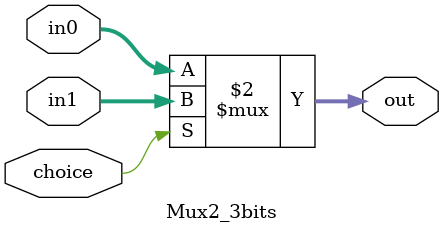
<source format=v>
module Mux2_3bits(
    input choice,
    input [2:0] in0,
    input [2:0] in1,
    output [2:0] out
    );
    
    assign out = (choice==0) ? in0 : in1;
    
endmodule 
</source>
